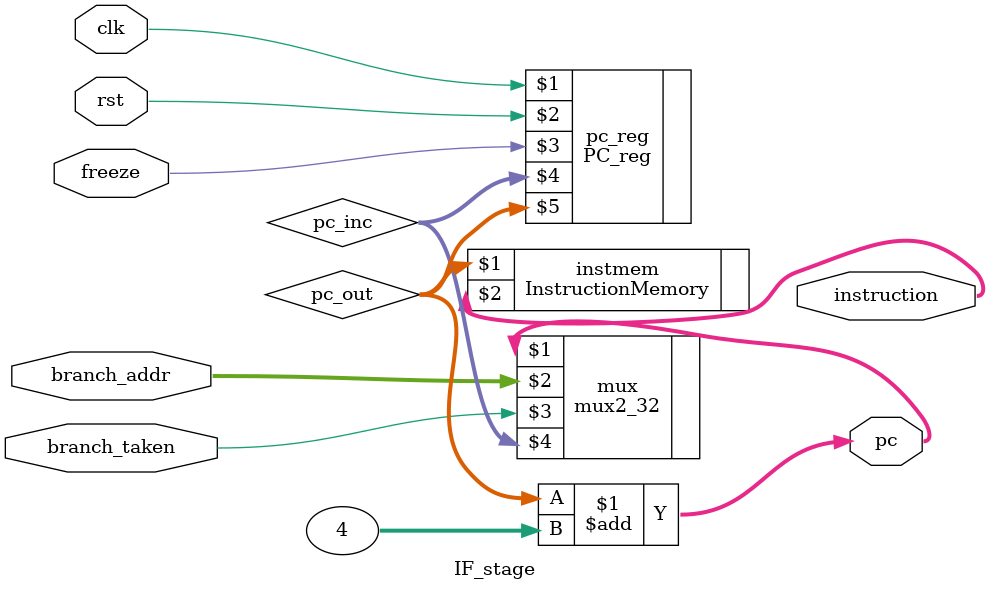
<source format=v>
`timescale 1ns/1ns
module IF_stage(
    input clk, rst, freeze, branch_taken,
    input [31:0] branch_addr,
    output [31:0] pc, instruction
);
    wire [31:0] pc_inc, pc_out;
    
    mux2_32 mux(pc, branch_addr, branch_taken, pc_inc);
    PC_reg pc_reg(clk, rst, freeze, pc_inc, pc_out);
    InstructionMemory instmem(pc_out, instruction);
    assign pc = pc_out + 32'd4;
endmodule

</source>
